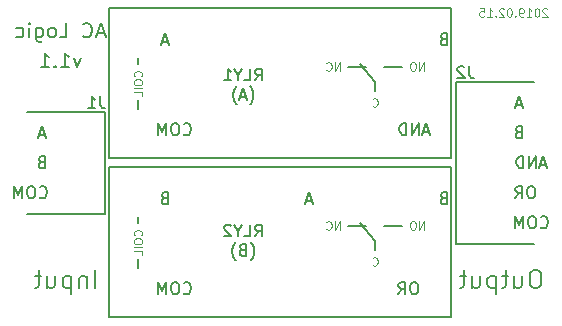
<source format=gbr>
%TF.GenerationSoftware,KiCad,Pcbnew,(5.1.10)-1*%
%TF.CreationDate,2022-08-28T21:22:16-05:00*%
%TF.ProjectId,AC Logic Board,4143204c-6f67-4696-9320-426f6172642e,rev?*%
%TF.SameCoordinates,Original*%
%TF.FileFunction,Legend,Bot*%
%TF.FilePolarity,Positive*%
%FSLAX46Y46*%
G04 Gerber Fmt 4.6, Leading zero omitted, Abs format (unit mm)*
G04 Created by KiCad (PCBNEW (5.1.10)-1) date 2022-08-28 21:22:16*
%MOMM*%
%LPD*%
G01*
G04 APERTURE LIST*
%ADD10C,0.150000*%
%ADD11C,0.100000*%
%ADD12C,0.200000*%
G04 APERTURE END LIST*
D10*
X151312571Y-78414571D02*
X151169714Y-78462190D01*
X151122095Y-78509809D01*
X151074476Y-78605047D01*
X151074476Y-78747904D01*
X151122095Y-78843142D01*
X151169714Y-78890761D01*
X151264952Y-78938380D01*
X151645904Y-78938380D01*
X151645904Y-77938380D01*
X151312571Y-77938380D01*
X151217333Y-77986000D01*
X151169714Y-78033619D01*
X151122095Y-78128857D01*
X151122095Y-78224095D01*
X151169714Y-78319333D01*
X151217333Y-78366952D01*
X151312571Y-78414571D01*
X151645904Y-78414571D01*
X151312571Y-91876571D02*
X151169714Y-91924190D01*
X151122095Y-91971809D01*
X151074476Y-92067047D01*
X151074476Y-92209904D01*
X151122095Y-92305142D01*
X151169714Y-92352761D01*
X151264952Y-92400380D01*
X151645904Y-92400380D01*
X151645904Y-91400380D01*
X151312571Y-91400380D01*
X151217333Y-91448000D01*
X151169714Y-91495619D01*
X151122095Y-91590857D01*
X151122095Y-91686095D01*
X151169714Y-91781333D01*
X151217333Y-91828952D01*
X151312571Y-91876571D01*
X151645904Y-91876571D01*
X140192095Y-92114666D02*
X139715904Y-92114666D01*
X140287333Y-92400380D02*
X139954000Y-91400380D01*
X139620666Y-92400380D01*
D11*
X160092666Y-75883333D02*
X160059333Y-75850000D01*
X159992666Y-75816666D01*
X159826000Y-75816666D01*
X159759333Y-75850000D01*
X159726000Y-75883333D01*
X159692666Y-75950000D01*
X159692666Y-76016666D01*
X159726000Y-76116666D01*
X160126000Y-76516666D01*
X159692666Y-76516666D01*
X159259333Y-75816666D02*
X159192666Y-75816666D01*
X159126000Y-75850000D01*
X159092666Y-75883333D01*
X159059333Y-75950000D01*
X159026000Y-76083333D01*
X159026000Y-76250000D01*
X159059333Y-76383333D01*
X159092666Y-76450000D01*
X159126000Y-76483333D01*
X159192666Y-76516666D01*
X159259333Y-76516666D01*
X159326000Y-76483333D01*
X159359333Y-76450000D01*
X159392666Y-76383333D01*
X159426000Y-76250000D01*
X159426000Y-76083333D01*
X159392666Y-75950000D01*
X159359333Y-75883333D01*
X159326000Y-75850000D01*
X159259333Y-75816666D01*
X158359333Y-76516666D02*
X158759333Y-76516666D01*
X158559333Y-76516666D02*
X158559333Y-75816666D01*
X158626000Y-75916666D01*
X158692666Y-75983333D01*
X158759333Y-76016666D01*
X158026000Y-76516666D02*
X157892666Y-76516666D01*
X157826000Y-76483333D01*
X157792666Y-76450000D01*
X157726000Y-76350000D01*
X157692666Y-76216666D01*
X157692666Y-75950000D01*
X157726000Y-75883333D01*
X157759333Y-75850000D01*
X157826000Y-75816666D01*
X157959333Y-75816666D01*
X158026000Y-75850000D01*
X158059333Y-75883333D01*
X158092666Y-75950000D01*
X158092666Y-76116666D01*
X158059333Y-76183333D01*
X158026000Y-76216666D01*
X157959333Y-76250000D01*
X157826000Y-76250000D01*
X157759333Y-76216666D01*
X157726000Y-76183333D01*
X157692666Y-76116666D01*
X157392666Y-76450000D02*
X157359333Y-76483333D01*
X157392666Y-76516666D01*
X157426000Y-76483333D01*
X157392666Y-76450000D01*
X157392666Y-76516666D01*
X156926000Y-75816666D02*
X156859333Y-75816666D01*
X156792666Y-75850000D01*
X156759333Y-75883333D01*
X156726000Y-75950000D01*
X156692666Y-76083333D01*
X156692666Y-76250000D01*
X156726000Y-76383333D01*
X156759333Y-76450000D01*
X156792666Y-76483333D01*
X156859333Y-76516666D01*
X156926000Y-76516666D01*
X156992666Y-76483333D01*
X157026000Y-76450000D01*
X157059333Y-76383333D01*
X157092666Y-76250000D01*
X157092666Y-76083333D01*
X157059333Y-75950000D01*
X157026000Y-75883333D01*
X156992666Y-75850000D01*
X156926000Y-75816666D01*
X156426000Y-75883333D02*
X156392666Y-75850000D01*
X156326000Y-75816666D01*
X156159333Y-75816666D01*
X156092666Y-75850000D01*
X156059333Y-75883333D01*
X156026000Y-75950000D01*
X156026000Y-76016666D01*
X156059333Y-76116666D01*
X156459333Y-76516666D01*
X156026000Y-76516666D01*
X155726000Y-76450000D02*
X155692666Y-76483333D01*
X155726000Y-76516666D01*
X155759333Y-76483333D01*
X155726000Y-76450000D01*
X155726000Y-76516666D01*
X155026000Y-76516666D02*
X155426000Y-76516666D01*
X155226000Y-76516666D02*
X155226000Y-75816666D01*
X155292666Y-75916666D01*
X155359333Y-75983333D01*
X155426000Y-76016666D01*
X154392666Y-75816666D02*
X154726000Y-75816666D01*
X154759333Y-76150000D01*
X154726000Y-76116666D01*
X154659333Y-76083333D01*
X154492666Y-76083333D01*
X154426000Y-76116666D01*
X154392666Y-76150000D01*
X154359333Y-76216666D01*
X154359333Y-76383333D01*
X154392666Y-76450000D01*
X154426000Y-76483333D01*
X154492666Y-76516666D01*
X154659333Y-76516666D01*
X154726000Y-76483333D01*
X154759333Y-76450000D01*
D10*
X148931238Y-99020380D02*
X148740761Y-99020380D01*
X148645523Y-99068000D01*
X148550285Y-99163238D01*
X148502666Y-99353714D01*
X148502666Y-99687047D01*
X148550285Y-99877523D01*
X148645523Y-99972761D01*
X148740761Y-100020380D01*
X148931238Y-100020380D01*
X149026476Y-99972761D01*
X149121714Y-99877523D01*
X149169333Y-99687047D01*
X149169333Y-99353714D01*
X149121714Y-99163238D01*
X149026476Y-99068000D01*
X148931238Y-99020380D01*
X147502666Y-100020380D02*
X147836000Y-99544190D01*
X148074095Y-100020380D02*
X148074095Y-99020380D01*
X147693142Y-99020380D01*
X147597904Y-99068000D01*
X147550285Y-99115619D01*
X147502666Y-99210857D01*
X147502666Y-99353714D01*
X147550285Y-99448952D01*
X147597904Y-99496571D01*
X147693142Y-99544190D01*
X148074095Y-99544190D01*
D12*
X121844285Y-99484571D02*
X121844285Y-97984571D01*
X121130000Y-98484571D02*
X121130000Y-99484571D01*
X121130000Y-98627428D02*
X121058571Y-98556000D01*
X120915714Y-98484571D01*
X120701428Y-98484571D01*
X120558571Y-98556000D01*
X120487142Y-98698857D01*
X120487142Y-99484571D01*
X119772857Y-98484571D02*
X119772857Y-99984571D01*
X119772857Y-98556000D02*
X119630000Y-98484571D01*
X119344285Y-98484571D01*
X119201428Y-98556000D01*
X119130000Y-98627428D01*
X119058571Y-98770285D01*
X119058571Y-99198857D01*
X119130000Y-99341714D01*
X119201428Y-99413142D01*
X119344285Y-99484571D01*
X119630000Y-99484571D01*
X119772857Y-99413142D01*
X117772857Y-98484571D02*
X117772857Y-99484571D01*
X118415714Y-98484571D02*
X118415714Y-99270285D01*
X118344285Y-99413142D01*
X118201428Y-99484571D01*
X117987142Y-99484571D01*
X117844285Y-99413142D01*
X117772857Y-99341714D01*
X117272857Y-98484571D02*
X116701428Y-98484571D01*
X117058571Y-97984571D02*
X117058571Y-99270285D01*
X116987142Y-99413142D01*
X116844285Y-99484571D01*
X116701428Y-99484571D01*
X159245714Y-97984571D02*
X158960000Y-97984571D01*
X158817142Y-98056000D01*
X158674285Y-98198857D01*
X158602857Y-98484571D01*
X158602857Y-98984571D01*
X158674285Y-99270285D01*
X158817142Y-99413142D01*
X158960000Y-99484571D01*
X159245714Y-99484571D01*
X159388571Y-99413142D01*
X159531428Y-99270285D01*
X159602857Y-98984571D01*
X159602857Y-98484571D01*
X159531428Y-98198857D01*
X159388571Y-98056000D01*
X159245714Y-97984571D01*
X157317142Y-98484571D02*
X157317142Y-99484571D01*
X157960000Y-98484571D02*
X157960000Y-99270285D01*
X157888571Y-99413142D01*
X157745714Y-99484571D01*
X157531428Y-99484571D01*
X157388571Y-99413142D01*
X157317142Y-99341714D01*
X156817142Y-98484571D02*
X156245714Y-98484571D01*
X156602857Y-97984571D02*
X156602857Y-99270285D01*
X156531428Y-99413142D01*
X156388571Y-99484571D01*
X156245714Y-99484571D01*
X155745714Y-98484571D02*
X155745714Y-99984571D01*
X155745714Y-98556000D02*
X155602857Y-98484571D01*
X155317142Y-98484571D01*
X155174285Y-98556000D01*
X155102857Y-98627428D01*
X155031428Y-98770285D01*
X155031428Y-99198857D01*
X155102857Y-99341714D01*
X155174285Y-99413142D01*
X155317142Y-99484571D01*
X155602857Y-99484571D01*
X155745714Y-99413142D01*
X153745714Y-98484571D02*
X153745714Y-99484571D01*
X154388571Y-98484571D02*
X154388571Y-99270285D01*
X154317142Y-99413142D01*
X154174285Y-99484571D01*
X153960000Y-99484571D01*
X153817142Y-99413142D01*
X153745714Y-99341714D01*
X153245714Y-98484571D02*
X152674285Y-98484571D01*
X153031428Y-97984571D02*
X153031428Y-99270285D01*
X152960000Y-99413142D01*
X152817142Y-99484571D01*
X152674285Y-99484571D01*
D10*
X120586285Y-80006857D02*
X120300571Y-80806857D01*
X120014857Y-80006857D01*
X118929142Y-80806857D02*
X119614857Y-80806857D01*
X119272000Y-80806857D02*
X119272000Y-79606857D01*
X119386285Y-79778285D01*
X119500571Y-79892571D01*
X119614857Y-79949714D01*
X118414857Y-80692571D02*
X118357714Y-80749714D01*
X118414857Y-80806857D01*
X118472000Y-80749714D01*
X118414857Y-80692571D01*
X118414857Y-80806857D01*
X117214857Y-80806857D02*
X117900571Y-80806857D01*
X117557714Y-80806857D02*
X117557714Y-79606857D01*
X117672000Y-79778285D01*
X117786285Y-79892571D01*
X117900571Y-79949714D01*
X122586285Y-77924000D02*
X122014857Y-77924000D01*
X122700571Y-78266857D02*
X122300571Y-77066857D01*
X121900571Y-78266857D01*
X120814857Y-78152571D02*
X120872000Y-78209714D01*
X121043428Y-78266857D01*
X121157714Y-78266857D01*
X121329142Y-78209714D01*
X121443428Y-78095428D01*
X121500571Y-77981142D01*
X121557714Y-77752571D01*
X121557714Y-77581142D01*
X121500571Y-77352571D01*
X121443428Y-77238285D01*
X121329142Y-77124000D01*
X121157714Y-77066857D01*
X121043428Y-77066857D01*
X120872000Y-77124000D01*
X120814857Y-77181142D01*
X118814857Y-78266857D02*
X119386285Y-78266857D01*
X119386285Y-77066857D01*
X118243428Y-78266857D02*
X118357714Y-78209714D01*
X118414857Y-78152571D01*
X118472000Y-78038285D01*
X118472000Y-77695428D01*
X118414857Y-77581142D01*
X118357714Y-77524000D01*
X118243428Y-77466857D01*
X118072000Y-77466857D01*
X117957714Y-77524000D01*
X117900571Y-77581142D01*
X117843428Y-77695428D01*
X117843428Y-78038285D01*
X117900571Y-78152571D01*
X117957714Y-78209714D01*
X118072000Y-78266857D01*
X118243428Y-78266857D01*
X116814857Y-77466857D02*
X116814857Y-78438285D01*
X116872000Y-78552571D01*
X116929142Y-78609714D01*
X117043428Y-78666857D01*
X117214857Y-78666857D01*
X117329142Y-78609714D01*
X116814857Y-78209714D02*
X116929142Y-78266857D01*
X117157714Y-78266857D01*
X117272000Y-78209714D01*
X117329142Y-78152571D01*
X117386285Y-78038285D01*
X117386285Y-77695428D01*
X117329142Y-77581142D01*
X117272000Y-77524000D01*
X117157714Y-77466857D01*
X116929142Y-77466857D01*
X116814857Y-77524000D01*
X116243428Y-78266857D02*
X116243428Y-77466857D01*
X116243428Y-77066857D02*
X116300571Y-77124000D01*
X116243428Y-77181142D01*
X116186285Y-77124000D01*
X116243428Y-77066857D01*
X116243428Y-77181142D01*
X115157714Y-78209714D02*
X115272000Y-78266857D01*
X115500571Y-78266857D01*
X115614857Y-78209714D01*
X115672000Y-78152571D01*
X115729142Y-78038285D01*
X115729142Y-77695428D01*
X115672000Y-77581142D01*
X115614857Y-77524000D01*
X115500571Y-77466857D01*
X115272000Y-77466857D01*
X115157714Y-77524000D01*
D12*
X152400000Y-82042000D02*
X159004000Y-82042000D01*
X152400000Y-95758000D02*
X152400000Y-82042000D01*
X159004000Y-95758000D02*
X152400000Y-95758000D01*
X122682000Y-93218000D02*
X116078000Y-93218000D01*
X122682000Y-84582000D02*
X122682000Y-93218000D01*
X116078000Y-84582000D02*
X122682000Y-84582000D01*
D10*
X158837238Y-90892380D02*
X158646761Y-90892380D01*
X158551523Y-90940000D01*
X158456285Y-91035238D01*
X158408666Y-91225714D01*
X158408666Y-91559047D01*
X158456285Y-91749523D01*
X158551523Y-91844761D01*
X158646761Y-91892380D01*
X158837238Y-91892380D01*
X158932476Y-91844761D01*
X159027714Y-91749523D01*
X159075333Y-91559047D01*
X159075333Y-91225714D01*
X159027714Y-91035238D01*
X158932476Y-90940000D01*
X158837238Y-90892380D01*
X157408666Y-91892380D02*
X157742000Y-91416190D01*
X157980095Y-91892380D02*
X157980095Y-90892380D01*
X157599142Y-90892380D01*
X157503904Y-90940000D01*
X157456285Y-90987619D01*
X157408666Y-91082857D01*
X157408666Y-91225714D01*
X157456285Y-91320952D01*
X157503904Y-91368571D01*
X157599142Y-91416190D01*
X157980095Y-91416190D01*
X160011904Y-89066666D02*
X159535714Y-89066666D01*
X160107142Y-89352380D02*
X159773809Y-88352380D01*
X159440476Y-89352380D01*
X159107142Y-89352380D02*
X159107142Y-88352380D01*
X158535714Y-89352380D01*
X158535714Y-88352380D01*
X158059523Y-89352380D02*
X158059523Y-88352380D01*
X157821428Y-88352380D01*
X157678571Y-88400000D01*
X157583333Y-88495238D01*
X157535714Y-88590476D01*
X157488095Y-88780952D01*
X157488095Y-88923809D01*
X157535714Y-89114285D01*
X157583333Y-89209523D01*
X157678571Y-89304761D01*
X157821428Y-89352380D01*
X158059523Y-89352380D01*
X157662571Y-86288571D02*
X157519714Y-86336190D01*
X157472095Y-86383809D01*
X157424476Y-86479047D01*
X157424476Y-86621904D01*
X157472095Y-86717142D01*
X157519714Y-86764761D01*
X157614952Y-86812380D01*
X157995904Y-86812380D01*
X157995904Y-85812380D01*
X157662571Y-85812380D01*
X157567333Y-85860000D01*
X157519714Y-85907619D01*
X157472095Y-86002857D01*
X157472095Y-86098095D01*
X157519714Y-86193333D01*
X157567333Y-86240952D01*
X157662571Y-86288571D01*
X157995904Y-86288571D01*
X157972095Y-83986666D02*
X157495904Y-83986666D01*
X158067333Y-84272380D02*
X157734000Y-83272380D01*
X157400666Y-84272380D01*
X159535714Y-94337142D02*
X159583333Y-94384761D01*
X159726190Y-94432380D01*
X159821428Y-94432380D01*
X159964285Y-94384761D01*
X160059523Y-94289523D01*
X160107142Y-94194285D01*
X160154761Y-94003809D01*
X160154761Y-93860952D01*
X160107142Y-93670476D01*
X160059523Y-93575238D01*
X159964285Y-93480000D01*
X159821428Y-93432380D01*
X159726190Y-93432380D01*
X159583333Y-93480000D01*
X159535714Y-93527619D01*
X158916666Y-93432380D02*
X158726190Y-93432380D01*
X158630952Y-93480000D01*
X158535714Y-93575238D01*
X158488095Y-93765714D01*
X158488095Y-94099047D01*
X158535714Y-94289523D01*
X158630952Y-94384761D01*
X158726190Y-94432380D01*
X158916666Y-94432380D01*
X159011904Y-94384761D01*
X159107142Y-94289523D01*
X159154761Y-94099047D01*
X159154761Y-93765714D01*
X159107142Y-93575238D01*
X159011904Y-93480000D01*
X158916666Y-93432380D01*
X158059523Y-94432380D02*
X158059523Y-93432380D01*
X157726190Y-94146666D01*
X157392857Y-93432380D01*
X157392857Y-94432380D01*
X117586095Y-86526666D02*
X117109904Y-86526666D01*
X117681333Y-86812380D02*
X117348000Y-85812380D01*
X117014666Y-86812380D01*
X117276571Y-88828571D02*
X117133714Y-88876190D01*
X117086095Y-88923809D01*
X117038476Y-89019047D01*
X117038476Y-89161904D01*
X117086095Y-89257142D01*
X117133714Y-89304761D01*
X117228952Y-89352380D01*
X117609904Y-89352380D01*
X117609904Y-88352380D01*
X117276571Y-88352380D01*
X117181333Y-88400000D01*
X117133714Y-88447619D01*
X117086095Y-88542857D01*
X117086095Y-88638095D01*
X117133714Y-88733333D01*
X117181333Y-88780952D01*
X117276571Y-88828571D01*
X117609904Y-88828571D01*
X117117714Y-91797142D02*
X117165333Y-91844761D01*
X117308190Y-91892380D01*
X117403428Y-91892380D01*
X117546285Y-91844761D01*
X117641523Y-91749523D01*
X117689142Y-91654285D01*
X117736761Y-91463809D01*
X117736761Y-91320952D01*
X117689142Y-91130476D01*
X117641523Y-91035238D01*
X117546285Y-90940000D01*
X117403428Y-90892380D01*
X117308190Y-90892380D01*
X117165333Y-90940000D01*
X117117714Y-90987619D01*
X116498666Y-90892380D02*
X116308190Y-90892380D01*
X116212952Y-90940000D01*
X116117714Y-91035238D01*
X116070095Y-91225714D01*
X116070095Y-91559047D01*
X116117714Y-91749523D01*
X116212952Y-91844761D01*
X116308190Y-91892380D01*
X116498666Y-91892380D01*
X116593904Y-91844761D01*
X116689142Y-91749523D01*
X116736761Y-91559047D01*
X116736761Y-91225714D01*
X116689142Y-91035238D01*
X116593904Y-90940000D01*
X116498666Y-90892380D01*
X115641523Y-91892380D02*
X115641523Y-90892380D01*
X115308190Y-91606666D01*
X114974857Y-90892380D01*
X114974857Y-91892380D01*
X150105904Y-86272666D02*
X149629714Y-86272666D01*
X150201142Y-86558380D02*
X149867809Y-85558380D01*
X149534476Y-86558380D01*
X149201142Y-86558380D02*
X149201142Y-85558380D01*
X148629714Y-86558380D01*
X148629714Y-85558380D01*
X148153523Y-86558380D02*
X148153523Y-85558380D01*
X147915428Y-85558380D01*
X147772571Y-85606000D01*
X147677333Y-85701238D01*
X147629714Y-85796476D01*
X147582095Y-85986952D01*
X147582095Y-86129809D01*
X147629714Y-86320285D01*
X147677333Y-86415523D01*
X147772571Y-86510761D01*
X147915428Y-86558380D01*
X148153523Y-86558380D01*
D12*
X125476000Y-97028000D02*
X125476000Y-97790000D01*
X125476000Y-93980000D02*
X125476000Y-93472000D01*
X125476000Y-83566000D02*
X125476000Y-84328000D01*
X125476000Y-80518000D02*
X125476000Y-80010000D01*
X147828000Y-80772000D02*
X146304000Y-80772000D01*
X145542000Y-82804000D02*
X145542000Y-82042000D01*
X145542000Y-82042000D02*
X144272000Y-80518000D01*
X143256000Y-80772000D02*
X144780000Y-80772000D01*
X145542000Y-95504000D02*
X144272000Y-93980000D01*
X145542000Y-96266000D02*
X145542000Y-95504000D01*
X147828000Y-94234000D02*
X146304000Y-94234000D01*
X143256000Y-94234000D02*
X144780000Y-94234000D01*
D10*
X128000095Y-78652666D02*
X127523904Y-78652666D01*
X128095333Y-78938380D02*
X127762000Y-77938380D01*
X127428666Y-78938380D01*
X127690571Y-91876571D02*
X127547714Y-91924190D01*
X127500095Y-91971809D01*
X127452476Y-92067047D01*
X127452476Y-92209904D01*
X127500095Y-92305142D01*
X127547714Y-92352761D01*
X127642952Y-92400380D01*
X128023904Y-92400380D01*
X128023904Y-91400380D01*
X127690571Y-91400380D01*
X127595333Y-91448000D01*
X127547714Y-91495619D01*
X127500095Y-91590857D01*
X127500095Y-91686095D01*
X127547714Y-91781333D01*
X127595333Y-91828952D01*
X127690571Y-91876571D01*
X128023904Y-91876571D01*
X129309714Y-86463142D02*
X129357333Y-86510761D01*
X129500190Y-86558380D01*
X129595428Y-86558380D01*
X129738285Y-86510761D01*
X129833523Y-86415523D01*
X129881142Y-86320285D01*
X129928761Y-86129809D01*
X129928761Y-85986952D01*
X129881142Y-85796476D01*
X129833523Y-85701238D01*
X129738285Y-85606000D01*
X129595428Y-85558380D01*
X129500190Y-85558380D01*
X129357333Y-85606000D01*
X129309714Y-85653619D01*
X128690666Y-85558380D02*
X128500190Y-85558380D01*
X128404952Y-85606000D01*
X128309714Y-85701238D01*
X128262095Y-85891714D01*
X128262095Y-86225047D01*
X128309714Y-86415523D01*
X128404952Y-86510761D01*
X128500190Y-86558380D01*
X128690666Y-86558380D01*
X128785904Y-86510761D01*
X128881142Y-86415523D01*
X128928761Y-86225047D01*
X128928761Y-85891714D01*
X128881142Y-85701238D01*
X128785904Y-85606000D01*
X128690666Y-85558380D01*
X127833523Y-86558380D02*
X127833523Y-85558380D01*
X127500190Y-86272666D01*
X127166857Y-85558380D01*
X127166857Y-86558380D01*
X129309714Y-99925142D02*
X129357333Y-99972761D01*
X129500190Y-100020380D01*
X129595428Y-100020380D01*
X129738285Y-99972761D01*
X129833523Y-99877523D01*
X129881142Y-99782285D01*
X129928761Y-99591809D01*
X129928761Y-99448952D01*
X129881142Y-99258476D01*
X129833523Y-99163238D01*
X129738285Y-99068000D01*
X129595428Y-99020380D01*
X129500190Y-99020380D01*
X129357333Y-99068000D01*
X129309714Y-99115619D01*
X128690666Y-99020380D02*
X128500190Y-99020380D01*
X128404952Y-99068000D01*
X128309714Y-99163238D01*
X128262095Y-99353714D01*
X128262095Y-99687047D01*
X128309714Y-99877523D01*
X128404952Y-99972761D01*
X128500190Y-100020380D01*
X128690666Y-100020380D01*
X128785904Y-99972761D01*
X128881142Y-99877523D01*
X128928761Y-99687047D01*
X128928761Y-99353714D01*
X128881142Y-99163238D01*
X128785904Y-99068000D01*
X128690666Y-99020380D01*
X127833523Y-100020380D02*
X127833523Y-99020380D01*
X127500190Y-99734666D01*
X127166857Y-99020380D01*
X127166857Y-100020380D01*
X135366000Y-95131380D02*
X135699333Y-94655190D01*
X135937428Y-95131380D02*
X135937428Y-94131380D01*
X135556476Y-94131380D01*
X135461238Y-94179000D01*
X135413619Y-94226619D01*
X135366000Y-94321857D01*
X135366000Y-94464714D01*
X135413619Y-94559952D01*
X135461238Y-94607571D01*
X135556476Y-94655190D01*
X135937428Y-94655190D01*
X134461238Y-95131380D02*
X134937428Y-95131380D01*
X134937428Y-94131380D01*
X133937428Y-94655190D02*
X133937428Y-95131380D01*
X134270761Y-94131380D02*
X133937428Y-94655190D01*
X133604095Y-94131380D01*
X133318380Y-94226619D02*
X133270761Y-94179000D01*
X133175523Y-94131380D01*
X132937428Y-94131380D01*
X132842190Y-94179000D01*
X132794571Y-94226619D01*
X132746952Y-94321857D01*
X132746952Y-94417095D01*
X132794571Y-94559952D01*
X133366000Y-95131380D01*
X132746952Y-95131380D01*
X135008857Y-97162333D02*
X135056476Y-97114714D01*
X135151714Y-96971857D01*
X135199333Y-96876619D01*
X135246952Y-96733761D01*
X135294571Y-96495666D01*
X135294571Y-96305190D01*
X135246952Y-96067095D01*
X135199333Y-95924238D01*
X135151714Y-95829000D01*
X135056476Y-95686142D01*
X135008857Y-95638523D01*
X134294571Y-96257571D02*
X134151714Y-96305190D01*
X134104095Y-96352809D01*
X134056476Y-96448047D01*
X134056476Y-96590904D01*
X134104095Y-96686142D01*
X134151714Y-96733761D01*
X134246952Y-96781380D01*
X134627904Y-96781380D01*
X134627904Y-95781380D01*
X134294571Y-95781380D01*
X134199333Y-95829000D01*
X134151714Y-95876619D01*
X134104095Y-95971857D01*
X134104095Y-96067095D01*
X134151714Y-96162333D01*
X134199333Y-96209952D01*
X134294571Y-96257571D01*
X134627904Y-96257571D01*
X133723142Y-97162333D02*
X133675523Y-97114714D01*
X133580285Y-96971857D01*
X133532666Y-96876619D01*
X133485047Y-96733761D01*
X133437428Y-96495666D01*
X133437428Y-96305190D01*
X133485047Y-96067095D01*
X133532666Y-95924238D01*
X133580285Y-95829000D01*
X133675523Y-95686142D01*
X133723142Y-95638523D01*
X135366000Y-81923380D02*
X135699333Y-81447190D01*
X135937428Y-81923380D02*
X135937428Y-80923380D01*
X135556476Y-80923380D01*
X135461238Y-80971000D01*
X135413619Y-81018619D01*
X135366000Y-81113857D01*
X135366000Y-81256714D01*
X135413619Y-81351952D01*
X135461238Y-81399571D01*
X135556476Y-81447190D01*
X135937428Y-81447190D01*
X134461238Y-81923380D02*
X134937428Y-81923380D01*
X134937428Y-80923380D01*
X133937428Y-81447190D02*
X133937428Y-81923380D01*
X134270761Y-80923380D02*
X133937428Y-81447190D01*
X133604095Y-80923380D01*
X132746952Y-81923380D02*
X133318380Y-81923380D01*
X133032666Y-81923380D02*
X133032666Y-80923380D01*
X133127904Y-81066238D01*
X133223142Y-81161476D01*
X133318380Y-81209095D01*
X134937428Y-83954333D02*
X134985047Y-83906714D01*
X135080285Y-83763857D01*
X135127904Y-83668619D01*
X135175523Y-83525761D01*
X135223142Y-83287666D01*
X135223142Y-83097190D01*
X135175523Y-82859095D01*
X135127904Y-82716238D01*
X135080285Y-82621000D01*
X134985047Y-82478142D01*
X134937428Y-82430523D01*
X134604095Y-83287666D02*
X134127904Y-83287666D01*
X134699333Y-83573380D02*
X134366000Y-82573380D01*
X134032666Y-83573380D01*
X133794571Y-83954333D02*
X133746952Y-83906714D01*
X133651714Y-83763857D01*
X133604095Y-83668619D01*
X133556476Y-83525761D01*
X133508857Y-83287666D01*
X133508857Y-83097190D01*
X133556476Y-82859095D01*
X133604095Y-82716238D01*
X133651714Y-82621000D01*
X133746952Y-82478142D01*
X133794571Y-82430523D01*
%TO.C,RLY1*%
X122986000Y-88519000D02*
X122986000Y-75819000D01*
X151986000Y-75819000D02*
X122986000Y-75819000D01*
X151986000Y-88519000D02*
X151986000Y-75819000D01*
X122986000Y-88519000D02*
X151986000Y-88519000D01*
%TO.C,RLY2*%
X122986000Y-101981000D02*
X122986000Y-89281000D01*
X151986000Y-89281000D02*
X122986000Y-89281000D01*
X151986000Y-101981000D02*
X151986000Y-89281000D01*
X122986000Y-101981000D02*
X151986000Y-101981000D01*
%TO.C,RLY1*%
D11*
X145325333Y-84070000D02*
X145358666Y-84103333D01*
X145458666Y-84136666D01*
X145525333Y-84136666D01*
X145625333Y-84103333D01*
X145692000Y-84036666D01*
X145725333Y-83970000D01*
X145758666Y-83836666D01*
X145758666Y-83736666D01*
X145725333Y-83603333D01*
X145692000Y-83536666D01*
X145625333Y-83470000D01*
X145525333Y-83436666D01*
X145458666Y-83436666D01*
X145358666Y-83470000D01*
X145325333Y-83503333D01*
X149664666Y-81088666D02*
X149664666Y-80388666D01*
X149264666Y-81088666D01*
X149264666Y-80388666D01*
X148798000Y-80388666D02*
X148664666Y-80388666D01*
X148598000Y-80422000D01*
X148531333Y-80488666D01*
X148498000Y-80622000D01*
X148498000Y-80855333D01*
X148531333Y-80988666D01*
X148598000Y-81055333D01*
X148664666Y-81088666D01*
X148798000Y-81088666D01*
X148864666Y-81055333D01*
X148931333Y-80988666D01*
X148964666Y-80855333D01*
X148964666Y-80622000D01*
X148931333Y-80488666D01*
X148864666Y-80422000D01*
X148798000Y-80388666D01*
X142536000Y-81088666D02*
X142536000Y-80388666D01*
X142136000Y-81088666D01*
X142136000Y-80388666D01*
X141402666Y-81022000D02*
X141436000Y-81055333D01*
X141536000Y-81088666D01*
X141602666Y-81088666D01*
X141702666Y-81055333D01*
X141769333Y-80988666D01*
X141802666Y-80922000D01*
X141836000Y-80788666D01*
X141836000Y-80688666D01*
X141802666Y-80555333D01*
X141769333Y-80488666D01*
X141702666Y-80422000D01*
X141602666Y-80388666D01*
X141536000Y-80388666D01*
X141436000Y-80422000D01*
X141402666Y-80455333D01*
X125726000Y-81569000D02*
X125759333Y-81535666D01*
X125792666Y-81435666D01*
X125792666Y-81369000D01*
X125759333Y-81269000D01*
X125692666Y-81202333D01*
X125626000Y-81169000D01*
X125492666Y-81135666D01*
X125392666Y-81135666D01*
X125259333Y-81169000D01*
X125192666Y-81202333D01*
X125126000Y-81269000D01*
X125092666Y-81369000D01*
X125092666Y-81435666D01*
X125126000Y-81535666D01*
X125159333Y-81569000D01*
X125092666Y-82002333D02*
X125092666Y-82135666D01*
X125126000Y-82202333D01*
X125192666Y-82269000D01*
X125326000Y-82302333D01*
X125559333Y-82302333D01*
X125692666Y-82269000D01*
X125759333Y-82202333D01*
X125792666Y-82135666D01*
X125792666Y-82002333D01*
X125759333Y-81935666D01*
X125692666Y-81869000D01*
X125559333Y-81835666D01*
X125326000Y-81835666D01*
X125192666Y-81869000D01*
X125126000Y-81935666D01*
X125092666Y-82002333D01*
X125792666Y-82602333D02*
X125092666Y-82602333D01*
X125792666Y-83269000D02*
X125792666Y-82935666D01*
X125092666Y-82935666D01*
%TO.C,RLY2*%
X145325333Y-97532000D02*
X145358666Y-97565333D01*
X145458666Y-97598666D01*
X145525333Y-97598666D01*
X145625333Y-97565333D01*
X145692000Y-97498666D01*
X145725333Y-97432000D01*
X145758666Y-97298666D01*
X145758666Y-97198666D01*
X145725333Y-97065333D01*
X145692000Y-96998666D01*
X145625333Y-96932000D01*
X145525333Y-96898666D01*
X145458666Y-96898666D01*
X145358666Y-96932000D01*
X145325333Y-96965333D01*
X149664666Y-94550666D02*
X149664666Y-93850666D01*
X149264666Y-94550666D01*
X149264666Y-93850666D01*
X148798000Y-93850666D02*
X148664666Y-93850666D01*
X148598000Y-93884000D01*
X148531333Y-93950666D01*
X148498000Y-94084000D01*
X148498000Y-94317333D01*
X148531333Y-94450666D01*
X148598000Y-94517333D01*
X148664666Y-94550666D01*
X148798000Y-94550666D01*
X148864666Y-94517333D01*
X148931333Y-94450666D01*
X148964666Y-94317333D01*
X148964666Y-94084000D01*
X148931333Y-93950666D01*
X148864666Y-93884000D01*
X148798000Y-93850666D01*
X142536000Y-94550666D02*
X142536000Y-93850666D01*
X142136000Y-94550666D01*
X142136000Y-93850666D01*
X141402666Y-94484000D02*
X141436000Y-94517333D01*
X141536000Y-94550666D01*
X141602666Y-94550666D01*
X141702666Y-94517333D01*
X141769333Y-94450666D01*
X141802666Y-94384000D01*
X141836000Y-94250666D01*
X141836000Y-94150666D01*
X141802666Y-94017333D01*
X141769333Y-93950666D01*
X141702666Y-93884000D01*
X141602666Y-93850666D01*
X141536000Y-93850666D01*
X141436000Y-93884000D01*
X141402666Y-93917333D01*
X125726000Y-95031000D02*
X125759333Y-94997666D01*
X125792666Y-94897666D01*
X125792666Y-94831000D01*
X125759333Y-94731000D01*
X125692666Y-94664333D01*
X125626000Y-94631000D01*
X125492666Y-94597666D01*
X125392666Y-94597666D01*
X125259333Y-94631000D01*
X125192666Y-94664333D01*
X125126000Y-94731000D01*
X125092666Y-94831000D01*
X125092666Y-94897666D01*
X125126000Y-94997666D01*
X125159333Y-95031000D01*
X125092666Y-95464333D02*
X125092666Y-95597666D01*
X125126000Y-95664333D01*
X125192666Y-95731000D01*
X125326000Y-95764333D01*
X125559333Y-95764333D01*
X125692666Y-95731000D01*
X125759333Y-95664333D01*
X125792666Y-95597666D01*
X125792666Y-95464333D01*
X125759333Y-95397666D01*
X125692666Y-95331000D01*
X125559333Y-95297666D01*
X125326000Y-95297666D01*
X125192666Y-95331000D01*
X125126000Y-95397666D01*
X125092666Y-95464333D01*
X125792666Y-96064333D02*
X125092666Y-96064333D01*
X125792666Y-96731000D02*
X125792666Y-96397666D01*
X125092666Y-96397666D01*
%TO.C,J2*%
D10*
X153495333Y-80732380D02*
X153495333Y-81446666D01*
X153542952Y-81589523D01*
X153638190Y-81684761D01*
X153781047Y-81732380D01*
X153876285Y-81732380D01*
X153066761Y-80827619D02*
X153019142Y-80780000D01*
X152923904Y-80732380D01*
X152685809Y-80732380D01*
X152590571Y-80780000D01*
X152542952Y-80827619D01*
X152495333Y-80922857D01*
X152495333Y-81018095D01*
X152542952Y-81160952D01*
X153114380Y-81732380D01*
X152495333Y-81732380D01*
%TO.C,J1*%
X122253333Y-83272380D02*
X122253333Y-83986666D01*
X122300952Y-84129523D01*
X122396190Y-84224761D01*
X122539047Y-84272380D01*
X122634285Y-84272380D01*
X121253333Y-84272380D02*
X121824761Y-84272380D01*
X121539047Y-84272380D02*
X121539047Y-83272380D01*
X121634285Y-83415238D01*
X121729523Y-83510476D01*
X121824761Y-83558095D01*
%TD*%
M02*

</source>
